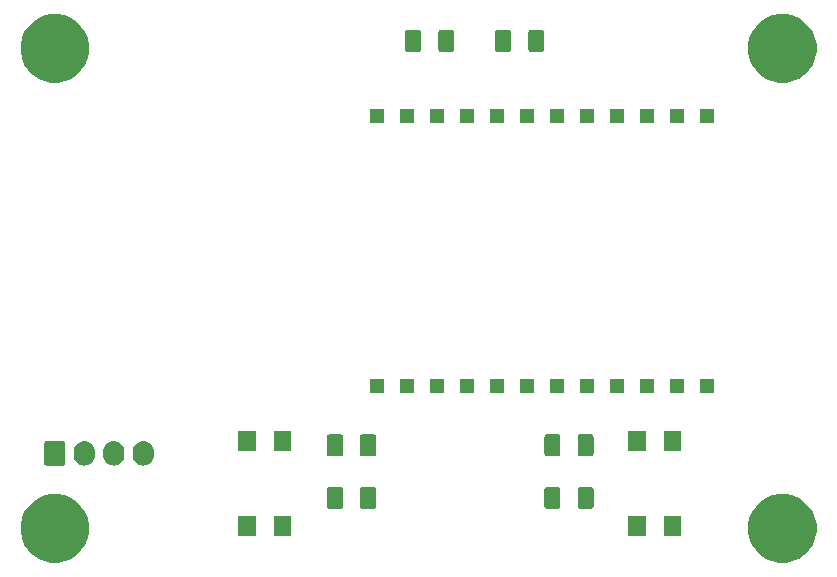
<source format=gbr>
G04 #@! TF.GenerationSoftware,KiCad,Pcbnew,5.0.2+dfsg1-1*
G04 #@! TF.CreationDate,2020-04-26T19:31:52+02:00*
G04 #@! TF.ProjectId,iClone,69436c6f-6e65-42e6-9b69-6361645f7063,rev?*
G04 #@! TF.SameCoordinates,Original*
G04 #@! TF.FileFunction,Soldermask,Top*
G04 #@! TF.FilePolarity,Negative*
%FSLAX46Y46*%
G04 Gerber Fmt 4.6, Leading zero omitted, Abs format (unit mm)*
G04 Created by KiCad (PCBNEW 5.0.2+dfsg1-1) date dom 26 abr 2020 19:31:52 CEST*
%MOMM*%
%LPD*%
G01*
G04 APERTURE LIST*
%ADD10C,0.100000*%
G04 APERTURE END LIST*
D10*
G36*
X172931190Y-108970483D02*
X173459138Y-109189166D01*
X173934283Y-109506648D01*
X174338352Y-109910717D01*
X174655834Y-110385862D01*
X174874517Y-110913810D01*
X174986000Y-111474275D01*
X174986000Y-112045725D01*
X174874517Y-112606190D01*
X174655834Y-113134138D01*
X174338352Y-113609283D01*
X173934283Y-114013352D01*
X173459138Y-114330834D01*
X172931190Y-114549517D01*
X172370725Y-114661000D01*
X171799275Y-114661000D01*
X171238810Y-114549517D01*
X170710862Y-114330834D01*
X170235717Y-114013352D01*
X169831648Y-113609283D01*
X169514166Y-113134138D01*
X169295483Y-112606190D01*
X169184000Y-112045725D01*
X169184000Y-111474275D01*
X169295483Y-110913810D01*
X169514166Y-110385862D01*
X169831648Y-109910717D01*
X170235717Y-109506648D01*
X170710862Y-109189166D01*
X171238810Y-108970483D01*
X171799275Y-108859000D01*
X172370725Y-108859000D01*
X172931190Y-108970483D01*
X172931190Y-108970483D01*
G37*
G36*
X111336190Y-108970483D02*
X111864138Y-109189166D01*
X112339283Y-109506648D01*
X112743352Y-109910717D01*
X113060834Y-110385862D01*
X113279517Y-110913810D01*
X113391000Y-111474275D01*
X113391000Y-112045725D01*
X113279517Y-112606190D01*
X113060834Y-113134138D01*
X112743352Y-113609283D01*
X112339283Y-114013352D01*
X111864138Y-114330834D01*
X111336190Y-114549517D01*
X110775725Y-114661000D01*
X110204275Y-114661000D01*
X109643810Y-114549517D01*
X109115862Y-114330834D01*
X108640717Y-114013352D01*
X108236648Y-113609283D01*
X107919166Y-113134138D01*
X107700483Y-112606190D01*
X107589000Y-112045725D01*
X107589000Y-111474275D01*
X107700483Y-110913810D01*
X107919166Y-110385862D01*
X108236648Y-109910717D01*
X108640717Y-109506648D01*
X109115862Y-109189166D01*
X109643810Y-108970483D01*
X110204275Y-108859000D01*
X110775725Y-108859000D01*
X111336190Y-108970483D01*
X111336190Y-108970483D01*
G37*
G36*
X130521000Y-112401000D02*
X129019000Y-112401000D01*
X129019000Y-110699000D01*
X130521000Y-110699000D01*
X130521000Y-112401000D01*
X130521000Y-112401000D01*
G37*
G36*
X127521000Y-112401000D02*
X126019000Y-112401000D01*
X126019000Y-110699000D01*
X127521000Y-110699000D01*
X127521000Y-112401000D01*
X127521000Y-112401000D01*
G37*
G36*
X163541000Y-112401000D02*
X162039000Y-112401000D01*
X162039000Y-110699000D01*
X163541000Y-110699000D01*
X163541000Y-112401000D01*
X163541000Y-112401000D01*
G37*
G36*
X160541000Y-112401000D02*
X159039000Y-112401000D01*
X159039000Y-110699000D01*
X160541000Y-110699000D01*
X160541000Y-112401000D01*
X160541000Y-112401000D01*
G37*
G36*
X134730353Y-108248255D02*
X134766894Y-108259340D01*
X134800569Y-108277339D01*
X134830090Y-108301567D01*
X134854318Y-108331088D01*
X134872317Y-108364763D01*
X134883402Y-108401304D01*
X134887749Y-108445446D01*
X134887749Y-109894370D01*
X134883402Y-109938512D01*
X134872317Y-109975053D01*
X134854318Y-110008728D01*
X134830090Y-110038249D01*
X134800569Y-110062477D01*
X134766894Y-110080476D01*
X134730353Y-110091561D01*
X134686211Y-110095908D01*
X133737287Y-110095908D01*
X133693145Y-110091561D01*
X133656604Y-110080476D01*
X133622929Y-110062477D01*
X133593408Y-110038249D01*
X133569180Y-110008728D01*
X133551181Y-109975053D01*
X133540096Y-109938512D01*
X133535749Y-109894370D01*
X133535749Y-108445446D01*
X133540096Y-108401304D01*
X133551181Y-108364763D01*
X133569180Y-108331088D01*
X133593408Y-108301567D01*
X133622929Y-108277339D01*
X133656604Y-108259340D01*
X133693145Y-108248255D01*
X133737287Y-108243908D01*
X134686211Y-108243908D01*
X134730353Y-108248255D01*
X134730353Y-108248255D01*
G37*
G36*
X155945353Y-108248255D02*
X155981894Y-108259340D01*
X156015569Y-108277339D01*
X156045090Y-108301567D01*
X156069318Y-108331088D01*
X156087317Y-108364763D01*
X156098402Y-108401304D01*
X156102749Y-108445446D01*
X156102749Y-109894370D01*
X156098402Y-109938512D01*
X156087317Y-109975053D01*
X156069318Y-110008728D01*
X156045090Y-110038249D01*
X156015569Y-110062477D01*
X155981894Y-110080476D01*
X155945353Y-110091561D01*
X155901211Y-110095908D01*
X154952287Y-110095908D01*
X154908145Y-110091561D01*
X154871604Y-110080476D01*
X154837929Y-110062477D01*
X154808408Y-110038249D01*
X154784180Y-110008728D01*
X154766181Y-109975053D01*
X154755096Y-109938512D01*
X154750749Y-109894370D01*
X154750749Y-108445446D01*
X154755096Y-108401304D01*
X154766181Y-108364763D01*
X154784180Y-108331088D01*
X154808408Y-108301567D01*
X154837929Y-108277339D01*
X154871604Y-108259340D01*
X154908145Y-108248255D01*
X154952287Y-108243908D01*
X155901211Y-108243908D01*
X155945353Y-108248255D01*
X155945353Y-108248255D01*
G37*
G36*
X153145353Y-108248255D02*
X153181894Y-108259340D01*
X153215569Y-108277339D01*
X153245090Y-108301567D01*
X153269318Y-108331088D01*
X153287317Y-108364763D01*
X153298402Y-108401304D01*
X153302749Y-108445446D01*
X153302749Y-109894370D01*
X153298402Y-109938512D01*
X153287317Y-109975053D01*
X153269318Y-110008728D01*
X153245090Y-110038249D01*
X153215569Y-110062477D01*
X153181894Y-110080476D01*
X153145353Y-110091561D01*
X153101211Y-110095908D01*
X152152287Y-110095908D01*
X152108145Y-110091561D01*
X152071604Y-110080476D01*
X152037929Y-110062477D01*
X152008408Y-110038249D01*
X151984180Y-110008728D01*
X151966181Y-109975053D01*
X151955096Y-109938512D01*
X151950749Y-109894370D01*
X151950749Y-108445446D01*
X151955096Y-108401304D01*
X151966181Y-108364763D01*
X151984180Y-108331088D01*
X152008408Y-108301567D01*
X152037929Y-108277339D01*
X152071604Y-108259340D01*
X152108145Y-108248255D01*
X152152287Y-108243908D01*
X153101211Y-108243908D01*
X153145353Y-108248255D01*
X153145353Y-108248255D01*
G37*
G36*
X137530353Y-108248255D02*
X137566894Y-108259340D01*
X137600569Y-108277339D01*
X137630090Y-108301567D01*
X137654318Y-108331088D01*
X137672317Y-108364763D01*
X137683402Y-108401304D01*
X137687749Y-108445446D01*
X137687749Y-109894370D01*
X137683402Y-109938512D01*
X137672317Y-109975053D01*
X137654318Y-110008728D01*
X137630090Y-110038249D01*
X137600569Y-110062477D01*
X137566894Y-110080476D01*
X137530353Y-110091561D01*
X137486211Y-110095908D01*
X136537287Y-110095908D01*
X136493145Y-110091561D01*
X136456604Y-110080476D01*
X136422929Y-110062477D01*
X136393408Y-110038249D01*
X136369180Y-110008728D01*
X136351181Y-109975053D01*
X136340096Y-109938512D01*
X136335749Y-109894370D01*
X136335749Y-108445446D01*
X136340096Y-108401304D01*
X136351181Y-108364763D01*
X136369180Y-108331088D01*
X136393408Y-108301567D01*
X136422929Y-108277339D01*
X136456604Y-108259340D01*
X136493145Y-108248255D01*
X136537287Y-108243908D01*
X137486211Y-108243908D01*
X137530353Y-108248255D01*
X137530353Y-108248255D01*
G37*
G36*
X115666626Y-104397037D02*
X115779852Y-104431384D01*
X115836466Y-104448557D01*
X115992989Y-104532221D01*
X116130186Y-104644814D01*
X116213448Y-104746271D01*
X116242778Y-104782009D01*
X116242779Y-104782011D01*
X116326443Y-104938533D01*
X116343616Y-104995147D01*
X116377963Y-105108373D01*
X116377963Y-105108375D01*
X116391000Y-105240740D01*
X116391000Y-105579259D01*
X116387236Y-105617477D01*
X116377963Y-105711626D01*
X116326443Y-105881466D01*
X116242778Y-106037991D01*
X116242777Y-106037992D01*
X116130186Y-106175186D01*
X116035251Y-106253096D01*
X115992991Y-106287778D01*
X115992989Y-106287779D01*
X115836467Y-106371443D01*
X115795734Y-106383799D01*
X115666627Y-106422963D01*
X115490000Y-106440359D01*
X115313374Y-106422963D01*
X115184267Y-106383799D01*
X115143534Y-106371443D01*
X114987012Y-106287779D01*
X114987010Y-106287778D01*
X114849816Y-106175186D01*
X114849812Y-106175183D01*
X114737222Y-106037992D01*
X114653557Y-105881467D01*
X114636384Y-105824853D01*
X114602037Y-105711627D01*
X114592764Y-105617477D01*
X114589000Y-105579260D01*
X114589000Y-105240741D01*
X114602037Y-105108376D01*
X114602037Y-105108374D01*
X114653557Y-104938535D01*
X114653557Y-104938534D01*
X114737221Y-104782011D01*
X114849814Y-104644814D01*
X114951271Y-104561552D01*
X114987009Y-104532222D01*
X115004913Y-104522652D01*
X115143533Y-104448557D01*
X115200147Y-104431384D01*
X115313373Y-104397037D01*
X115490000Y-104379641D01*
X115666626Y-104397037D01*
X115666626Y-104397037D01*
G37*
G36*
X118166626Y-104397037D02*
X118279852Y-104431384D01*
X118336466Y-104448557D01*
X118492989Y-104532221D01*
X118630186Y-104644814D01*
X118713448Y-104746271D01*
X118742778Y-104782009D01*
X118742779Y-104782011D01*
X118826443Y-104938533D01*
X118843616Y-104995147D01*
X118877963Y-105108373D01*
X118877963Y-105108375D01*
X118891000Y-105240740D01*
X118891000Y-105579259D01*
X118887236Y-105617477D01*
X118877963Y-105711626D01*
X118826443Y-105881466D01*
X118742778Y-106037991D01*
X118742777Y-106037992D01*
X118630186Y-106175186D01*
X118535251Y-106253096D01*
X118492991Y-106287778D01*
X118492989Y-106287779D01*
X118336467Y-106371443D01*
X118295734Y-106383799D01*
X118166627Y-106422963D01*
X117990000Y-106440359D01*
X117813374Y-106422963D01*
X117684267Y-106383799D01*
X117643534Y-106371443D01*
X117487012Y-106287779D01*
X117487010Y-106287778D01*
X117349816Y-106175186D01*
X117349812Y-106175183D01*
X117237222Y-106037992D01*
X117153557Y-105881467D01*
X117136384Y-105824853D01*
X117102037Y-105711627D01*
X117092764Y-105617477D01*
X117089000Y-105579260D01*
X117089000Y-105240741D01*
X117102037Y-105108376D01*
X117102037Y-105108374D01*
X117153557Y-104938535D01*
X117153557Y-104938534D01*
X117237221Y-104782011D01*
X117349814Y-104644814D01*
X117451271Y-104561552D01*
X117487009Y-104532222D01*
X117504913Y-104522652D01*
X117643533Y-104448557D01*
X117700147Y-104431384D01*
X117813373Y-104397037D01*
X117990000Y-104379641D01*
X118166626Y-104397037D01*
X118166626Y-104397037D01*
G37*
G36*
X113166626Y-104397037D02*
X113279852Y-104431384D01*
X113336466Y-104448557D01*
X113492989Y-104532221D01*
X113630186Y-104644814D01*
X113713448Y-104746271D01*
X113742778Y-104782009D01*
X113742779Y-104782011D01*
X113826443Y-104938533D01*
X113843616Y-104995147D01*
X113877963Y-105108373D01*
X113877963Y-105108375D01*
X113891000Y-105240740D01*
X113891000Y-105579259D01*
X113887236Y-105617477D01*
X113877963Y-105711626D01*
X113826443Y-105881466D01*
X113742778Y-106037991D01*
X113742777Y-106037992D01*
X113630186Y-106175186D01*
X113535251Y-106253096D01*
X113492991Y-106287778D01*
X113492989Y-106287779D01*
X113336467Y-106371443D01*
X113295734Y-106383799D01*
X113166627Y-106422963D01*
X112990000Y-106440359D01*
X112813374Y-106422963D01*
X112684267Y-106383799D01*
X112643534Y-106371443D01*
X112487012Y-106287779D01*
X112487010Y-106287778D01*
X112349816Y-106175186D01*
X112349812Y-106175183D01*
X112237222Y-106037992D01*
X112153557Y-105881467D01*
X112136384Y-105824853D01*
X112102037Y-105711627D01*
X112092764Y-105617477D01*
X112089000Y-105579260D01*
X112089000Y-105240741D01*
X112102037Y-105108376D01*
X112102037Y-105108374D01*
X112153557Y-104938535D01*
X112153557Y-104938534D01*
X112237221Y-104782011D01*
X112349814Y-104644814D01*
X112451271Y-104561552D01*
X112487009Y-104532222D01*
X112504913Y-104522652D01*
X112643533Y-104448557D01*
X112700147Y-104431384D01*
X112813373Y-104397037D01*
X112990000Y-104379641D01*
X113166626Y-104397037D01*
X113166626Y-104397037D01*
G37*
G36*
X111248600Y-104387989D02*
X111281649Y-104398014D01*
X111312106Y-104414294D01*
X111338799Y-104436201D01*
X111360706Y-104462894D01*
X111376986Y-104493351D01*
X111387011Y-104526400D01*
X111391000Y-104566904D01*
X111391000Y-106253096D01*
X111387011Y-106293600D01*
X111376986Y-106326649D01*
X111360706Y-106357106D01*
X111338799Y-106383799D01*
X111312106Y-106405706D01*
X111281649Y-106421986D01*
X111248600Y-106432011D01*
X111208096Y-106436000D01*
X109771904Y-106436000D01*
X109731400Y-106432011D01*
X109698351Y-106421986D01*
X109667894Y-106405706D01*
X109641201Y-106383799D01*
X109619294Y-106357106D01*
X109603014Y-106326649D01*
X109592989Y-106293600D01*
X109589000Y-106253096D01*
X109589000Y-104566904D01*
X109592989Y-104526400D01*
X109603014Y-104493351D01*
X109619294Y-104462894D01*
X109641201Y-104436201D01*
X109667894Y-104414294D01*
X109698351Y-104398014D01*
X109731400Y-104387989D01*
X109771904Y-104384000D01*
X111208096Y-104384000D01*
X111248600Y-104387989D01*
X111248600Y-104387989D01*
G37*
G36*
X137530353Y-103803255D02*
X137566894Y-103814340D01*
X137600569Y-103832339D01*
X137630090Y-103856567D01*
X137654318Y-103886088D01*
X137672317Y-103919763D01*
X137683402Y-103956304D01*
X137687749Y-104000446D01*
X137687749Y-105449370D01*
X137683402Y-105493512D01*
X137672317Y-105530053D01*
X137654318Y-105563728D01*
X137630090Y-105593249D01*
X137600569Y-105617477D01*
X137566894Y-105635476D01*
X137530353Y-105646561D01*
X137486211Y-105650908D01*
X136537287Y-105650908D01*
X136493145Y-105646561D01*
X136456604Y-105635476D01*
X136422929Y-105617477D01*
X136393408Y-105593249D01*
X136369180Y-105563728D01*
X136351181Y-105530053D01*
X136340096Y-105493512D01*
X136335749Y-105449370D01*
X136335749Y-104000446D01*
X136340096Y-103956304D01*
X136351181Y-103919763D01*
X136369180Y-103886088D01*
X136393408Y-103856567D01*
X136422929Y-103832339D01*
X136456604Y-103814340D01*
X136493145Y-103803255D01*
X136537287Y-103798908D01*
X137486211Y-103798908D01*
X137530353Y-103803255D01*
X137530353Y-103803255D01*
G37*
G36*
X134730353Y-103803255D02*
X134766894Y-103814340D01*
X134800569Y-103832339D01*
X134830090Y-103856567D01*
X134854318Y-103886088D01*
X134872317Y-103919763D01*
X134883402Y-103956304D01*
X134887749Y-104000446D01*
X134887749Y-105449370D01*
X134883402Y-105493512D01*
X134872317Y-105530053D01*
X134854318Y-105563728D01*
X134830090Y-105593249D01*
X134800569Y-105617477D01*
X134766894Y-105635476D01*
X134730353Y-105646561D01*
X134686211Y-105650908D01*
X133737287Y-105650908D01*
X133693145Y-105646561D01*
X133656604Y-105635476D01*
X133622929Y-105617477D01*
X133593408Y-105593249D01*
X133569180Y-105563728D01*
X133551181Y-105530053D01*
X133540096Y-105493512D01*
X133535749Y-105449370D01*
X133535749Y-104000446D01*
X133540096Y-103956304D01*
X133551181Y-103919763D01*
X133569180Y-103886088D01*
X133593408Y-103856567D01*
X133622929Y-103832339D01*
X133656604Y-103814340D01*
X133693145Y-103803255D01*
X133737287Y-103798908D01*
X134686211Y-103798908D01*
X134730353Y-103803255D01*
X134730353Y-103803255D01*
G37*
G36*
X153145353Y-103803255D02*
X153181894Y-103814340D01*
X153215569Y-103832339D01*
X153245090Y-103856567D01*
X153269318Y-103886088D01*
X153287317Y-103919763D01*
X153298402Y-103956304D01*
X153302749Y-104000446D01*
X153302749Y-105449370D01*
X153298402Y-105493512D01*
X153287317Y-105530053D01*
X153269318Y-105563728D01*
X153245090Y-105593249D01*
X153215569Y-105617477D01*
X153181894Y-105635476D01*
X153145353Y-105646561D01*
X153101211Y-105650908D01*
X152152287Y-105650908D01*
X152108145Y-105646561D01*
X152071604Y-105635476D01*
X152037929Y-105617477D01*
X152008408Y-105593249D01*
X151984180Y-105563728D01*
X151966181Y-105530053D01*
X151955096Y-105493512D01*
X151950749Y-105449370D01*
X151950749Y-104000446D01*
X151955096Y-103956304D01*
X151966181Y-103919763D01*
X151984180Y-103886088D01*
X152008408Y-103856567D01*
X152037929Y-103832339D01*
X152071604Y-103814340D01*
X152108145Y-103803255D01*
X152152287Y-103798908D01*
X153101211Y-103798908D01*
X153145353Y-103803255D01*
X153145353Y-103803255D01*
G37*
G36*
X155945353Y-103803255D02*
X155981894Y-103814340D01*
X156015569Y-103832339D01*
X156045090Y-103856567D01*
X156069318Y-103886088D01*
X156087317Y-103919763D01*
X156098402Y-103956304D01*
X156102749Y-104000446D01*
X156102749Y-105449370D01*
X156098402Y-105493512D01*
X156087317Y-105530053D01*
X156069318Y-105563728D01*
X156045090Y-105593249D01*
X156015569Y-105617477D01*
X155981894Y-105635476D01*
X155945353Y-105646561D01*
X155901211Y-105650908D01*
X154952287Y-105650908D01*
X154908145Y-105646561D01*
X154871604Y-105635476D01*
X154837929Y-105617477D01*
X154808408Y-105593249D01*
X154784180Y-105563728D01*
X154766181Y-105530053D01*
X154755096Y-105493512D01*
X154750749Y-105449370D01*
X154750749Y-104000446D01*
X154755096Y-103956304D01*
X154766181Y-103919763D01*
X154784180Y-103886088D01*
X154808408Y-103856567D01*
X154837929Y-103832339D01*
X154871604Y-103814340D01*
X154908145Y-103803255D01*
X154952287Y-103798908D01*
X155901211Y-103798908D01*
X155945353Y-103803255D01*
X155945353Y-103803255D01*
G37*
G36*
X127521000Y-105201000D02*
X126019000Y-105201000D01*
X126019000Y-103499000D01*
X127521000Y-103499000D01*
X127521000Y-105201000D01*
X127521000Y-105201000D01*
G37*
G36*
X163541000Y-105201000D02*
X162039000Y-105201000D01*
X162039000Y-103499000D01*
X163541000Y-103499000D01*
X163541000Y-105201000D01*
X163541000Y-105201000D01*
G37*
G36*
X130521000Y-105201000D02*
X129019000Y-105201000D01*
X129019000Y-103499000D01*
X130521000Y-103499000D01*
X130521000Y-105201000D01*
X130521000Y-105201000D01*
G37*
G36*
X160541000Y-105201000D02*
X159039000Y-105201000D01*
X159039000Y-103499000D01*
X160541000Y-103499000D01*
X160541000Y-105201000D01*
X160541000Y-105201000D01*
G37*
G36*
X166340000Y-100300000D02*
X165130000Y-100300000D01*
X165130000Y-99090000D01*
X166340000Y-99090000D01*
X166340000Y-100300000D01*
X166340000Y-100300000D01*
G37*
G36*
X163800000Y-100300000D02*
X162590000Y-100300000D01*
X162590000Y-99090000D01*
X163800000Y-99090000D01*
X163800000Y-100300000D01*
X163800000Y-100300000D01*
G37*
G36*
X138400000Y-100300000D02*
X137190000Y-100300000D01*
X137190000Y-99090000D01*
X138400000Y-99090000D01*
X138400000Y-100300000D01*
X138400000Y-100300000D01*
G37*
G36*
X140940000Y-100300000D02*
X139730000Y-100300000D01*
X139730000Y-99090000D01*
X140940000Y-99090000D01*
X140940000Y-100300000D01*
X140940000Y-100300000D01*
G37*
G36*
X151100000Y-100300000D02*
X149890000Y-100300000D01*
X149890000Y-99090000D01*
X151100000Y-99090000D01*
X151100000Y-100300000D01*
X151100000Y-100300000D01*
G37*
G36*
X143480000Y-100300000D02*
X142270000Y-100300000D01*
X142270000Y-99090000D01*
X143480000Y-99090000D01*
X143480000Y-100300000D01*
X143480000Y-100300000D01*
G37*
G36*
X148560000Y-100300000D02*
X147350000Y-100300000D01*
X147350000Y-99090000D01*
X148560000Y-99090000D01*
X148560000Y-100300000D01*
X148560000Y-100300000D01*
G37*
G36*
X156180000Y-100300000D02*
X154970000Y-100300000D01*
X154970000Y-99090000D01*
X156180000Y-99090000D01*
X156180000Y-100300000D01*
X156180000Y-100300000D01*
G37*
G36*
X158720000Y-100300000D02*
X157510000Y-100300000D01*
X157510000Y-99090000D01*
X158720000Y-99090000D01*
X158720000Y-100300000D01*
X158720000Y-100300000D01*
G37*
G36*
X153640000Y-100300000D02*
X152430000Y-100300000D01*
X152430000Y-99090000D01*
X153640000Y-99090000D01*
X153640000Y-100300000D01*
X153640000Y-100300000D01*
G37*
G36*
X161260000Y-100300000D02*
X160050000Y-100300000D01*
X160050000Y-99090000D01*
X161260000Y-99090000D01*
X161260000Y-100300000D01*
X161260000Y-100300000D01*
G37*
G36*
X146020000Y-100300000D02*
X144810000Y-100300000D01*
X144810000Y-99090000D01*
X146020000Y-99090000D01*
X146020000Y-100300000D01*
X146020000Y-100300000D01*
G37*
G36*
X146020000Y-77440000D02*
X144810000Y-77440000D01*
X144810000Y-76230000D01*
X146020000Y-76230000D01*
X146020000Y-77440000D01*
X146020000Y-77440000D01*
G37*
G36*
X161260000Y-77440000D02*
X160050000Y-77440000D01*
X160050000Y-76230000D01*
X161260000Y-76230000D01*
X161260000Y-77440000D01*
X161260000Y-77440000D01*
G37*
G36*
X156180000Y-77440000D02*
X154970000Y-77440000D01*
X154970000Y-76230000D01*
X156180000Y-76230000D01*
X156180000Y-77440000D01*
X156180000Y-77440000D01*
G37*
G36*
X153640000Y-77440000D02*
X152430000Y-77440000D01*
X152430000Y-76230000D01*
X153640000Y-76230000D01*
X153640000Y-77440000D01*
X153640000Y-77440000D01*
G37*
G36*
X151100000Y-77440000D02*
X149890000Y-77440000D01*
X149890000Y-76230000D01*
X151100000Y-76230000D01*
X151100000Y-77440000D01*
X151100000Y-77440000D01*
G37*
G36*
X148560000Y-77440000D02*
X147350000Y-77440000D01*
X147350000Y-76230000D01*
X148560000Y-76230000D01*
X148560000Y-77440000D01*
X148560000Y-77440000D01*
G37*
G36*
X143480000Y-77440000D02*
X142270000Y-77440000D01*
X142270000Y-76230000D01*
X143480000Y-76230000D01*
X143480000Y-77440000D01*
X143480000Y-77440000D01*
G37*
G36*
X140940000Y-77440000D02*
X139730000Y-77440000D01*
X139730000Y-76230000D01*
X140940000Y-76230000D01*
X140940000Y-77440000D01*
X140940000Y-77440000D01*
G37*
G36*
X138400000Y-77440000D02*
X137190000Y-77440000D01*
X137190000Y-76230000D01*
X138400000Y-76230000D01*
X138400000Y-77440000D01*
X138400000Y-77440000D01*
G37*
G36*
X166340000Y-77440000D02*
X165130000Y-77440000D01*
X165130000Y-76230000D01*
X166340000Y-76230000D01*
X166340000Y-77440000D01*
X166340000Y-77440000D01*
G37*
G36*
X158720000Y-77440000D02*
X157510000Y-77440000D01*
X157510000Y-76230000D01*
X158720000Y-76230000D01*
X158720000Y-77440000D01*
X158720000Y-77440000D01*
G37*
G36*
X163800000Y-77440000D02*
X162590000Y-77440000D01*
X162590000Y-76230000D01*
X163800000Y-76230000D01*
X163800000Y-77440000D01*
X163800000Y-77440000D01*
G37*
G36*
X172931190Y-68330483D02*
X173459138Y-68549166D01*
X173934283Y-68866648D01*
X174338352Y-69270717D01*
X174655834Y-69745862D01*
X174874517Y-70273810D01*
X174986000Y-70834275D01*
X174986000Y-71405725D01*
X174874517Y-71966190D01*
X174655834Y-72494138D01*
X174338352Y-72969283D01*
X173934283Y-73373352D01*
X173459138Y-73690834D01*
X172931190Y-73909517D01*
X172370725Y-74021000D01*
X171799275Y-74021000D01*
X171238810Y-73909517D01*
X170710862Y-73690834D01*
X170235717Y-73373352D01*
X169831648Y-72969283D01*
X169514166Y-72494138D01*
X169295483Y-71966190D01*
X169184000Y-71405725D01*
X169184000Y-70834275D01*
X169295483Y-70273810D01*
X169514166Y-69745862D01*
X169831648Y-69270717D01*
X170235717Y-68866648D01*
X170710862Y-68549166D01*
X171238810Y-68330483D01*
X171799275Y-68219000D01*
X172370725Y-68219000D01*
X172931190Y-68330483D01*
X172931190Y-68330483D01*
G37*
G36*
X111336190Y-68330483D02*
X111864138Y-68549166D01*
X112339283Y-68866648D01*
X112743352Y-69270717D01*
X113060834Y-69745862D01*
X113279517Y-70273810D01*
X113391000Y-70834275D01*
X113391000Y-71405725D01*
X113279517Y-71966190D01*
X113060834Y-72494138D01*
X112743352Y-72969283D01*
X112339283Y-73373352D01*
X111864138Y-73690834D01*
X111336190Y-73909517D01*
X110775725Y-74021000D01*
X110204275Y-74021000D01*
X109643810Y-73909517D01*
X109115862Y-73690834D01*
X108640717Y-73373352D01*
X108236648Y-72969283D01*
X107919166Y-72494138D01*
X107700483Y-71966190D01*
X107589000Y-71405725D01*
X107589000Y-70834275D01*
X107700483Y-70273810D01*
X107919166Y-69745862D01*
X108236648Y-69270717D01*
X108640717Y-68866648D01*
X109115862Y-68549166D01*
X109643810Y-68330483D01*
X110204275Y-68219000D01*
X110775725Y-68219000D01*
X111336190Y-68330483D01*
X111336190Y-68330483D01*
G37*
G36*
X141358604Y-69563347D02*
X141395145Y-69574432D01*
X141428820Y-69592431D01*
X141458341Y-69616659D01*
X141482569Y-69646180D01*
X141500568Y-69679855D01*
X141511653Y-69716396D01*
X141516000Y-69760538D01*
X141516000Y-71209462D01*
X141511653Y-71253604D01*
X141500568Y-71290145D01*
X141482569Y-71323820D01*
X141458341Y-71353341D01*
X141428820Y-71377569D01*
X141395145Y-71395568D01*
X141358604Y-71406653D01*
X141314462Y-71411000D01*
X140365538Y-71411000D01*
X140321396Y-71406653D01*
X140284855Y-71395568D01*
X140251180Y-71377569D01*
X140221659Y-71353341D01*
X140197431Y-71323820D01*
X140179432Y-71290145D01*
X140168347Y-71253604D01*
X140164000Y-71209462D01*
X140164000Y-69760538D01*
X140168347Y-69716396D01*
X140179432Y-69679855D01*
X140197431Y-69646180D01*
X140221659Y-69616659D01*
X140251180Y-69592431D01*
X140284855Y-69574432D01*
X140321396Y-69563347D01*
X140365538Y-69559000D01*
X141314462Y-69559000D01*
X141358604Y-69563347D01*
X141358604Y-69563347D01*
G37*
G36*
X144158604Y-69563347D02*
X144195145Y-69574432D01*
X144228820Y-69592431D01*
X144258341Y-69616659D01*
X144282569Y-69646180D01*
X144300568Y-69679855D01*
X144311653Y-69716396D01*
X144316000Y-69760538D01*
X144316000Y-71209462D01*
X144311653Y-71253604D01*
X144300568Y-71290145D01*
X144282569Y-71323820D01*
X144258341Y-71353341D01*
X144228820Y-71377569D01*
X144195145Y-71395568D01*
X144158604Y-71406653D01*
X144114462Y-71411000D01*
X143165538Y-71411000D01*
X143121396Y-71406653D01*
X143084855Y-71395568D01*
X143051180Y-71377569D01*
X143021659Y-71353341D01*
X142997431Y-71323820D01*
X142979432Y-71290145D01*
X142968347Y-71253604D01*
X142964000Y-71209462D01*
X142964000Y-69760538D01*
X142968347Y-69716396D01*
X142979432Y-69679855D01*
X142997431Y-69646180D01*
X143021659Y-69616659D01*
X143051180Y-69592431D01*
X143084855Y-69574432D01*
X143121396Y-69563347D01*
X143165538Y-69559000D01*
X144114462Y-69559000D01*
X144158604Y-69563347D01*
X144158604Y-69563347D01*
G37*
G36*
X151778604Y-69563347D02*
X151815145Y-69574432D01*
X151848820Y-69592431D01*
X151878341Y-69616659D01*
X151902569Y-69646180D01*
X151920568Y-69679855D01*
X151931653Y-69716396D01*
X151936000Y-69760538D01*
X151936000Y-71209462D01*
X151931653Y-71253604D01*
X151920568Y-71290145D01*
X151902569Y-71323820D01*
X151878341Y-71353341D01*
X151848820Y-71377569D01*
X151815145Y-71395568D01*
X151778604Y-71406653D01*
X151734462Y-71411000D01*
X150785538Y-71411000D01*
X150741396Y-71406653D01*
X150704855Y-71395568D01*
X150671180Y-71377569D01*
X150641659Y-71353341D01*
X150617431Y-71323820D01*
X150599432Y-71290145D01*
X150588347Y-71253604D01*
X150584000Y-71209462D01*
X150584000Y-69760538D01*
X150588347Y-69716396D01*
X150599432Y-69679855D01*
X150617431Y-69646180D01*
X150641659Y-69616659D01*
X150671180Y-69592431D01*
X150704855Y-69574432D01*
X150741396Y-69563347D01*
X150785538Y-69559000D01*
X151734462Y-69559000D01*
X151778604Y-69563347D01*
X151778604Y-69563347D01*
G37*
G36*
X148978604Y-69563347D02*
X149015145Y-69574432D01*
X149048820Y-69592431D01*
X149078341Y-69616659D01*
X149102569Y-69646180D01*
X149120568Y-69679855D01*
X149131653Y-69716396D01*
X149136000Y-69760538D01*
X149136000Y-71209462D01*
X149131653Y-71253604D01*
X149120568Y-71290145D01*
X149102569Y-71323820D01*
X149078341Y-71353341D01*
X149048820Y-71377569D01*
X149015145Y-71395568D01*
X148978604Y-71406653D01*
X148934462Y-71411000D01*
X147985538Y-71411000D01*
X147941396Y-71406653D01*
X147904855Y-71395568D01*
X147871180Y-71377569D01*
X147841659Y-71353341D01*
X147817431Y-71323820D01*
X147799432Y-71290145D01*
X147788347Y-71253604D01*
X147784000Y-71209462D01*
X147784000Y-69760538D01*
X147788347Y-69716396D01*
X147799432Y-69679855D01*
X147817431Y-69646180D01*
X147841659Y-69616659D01*
X147871180Y-69592431D01*
X147904855Y-69574432D01*
X147941396Y-69563347D01*
X147985538Y-69559000D01*
X148934462Y-69559000D01*
X148978604Y-69563347D01*
X148978604Y-69563347D01*
G37*
M02*

</source>
